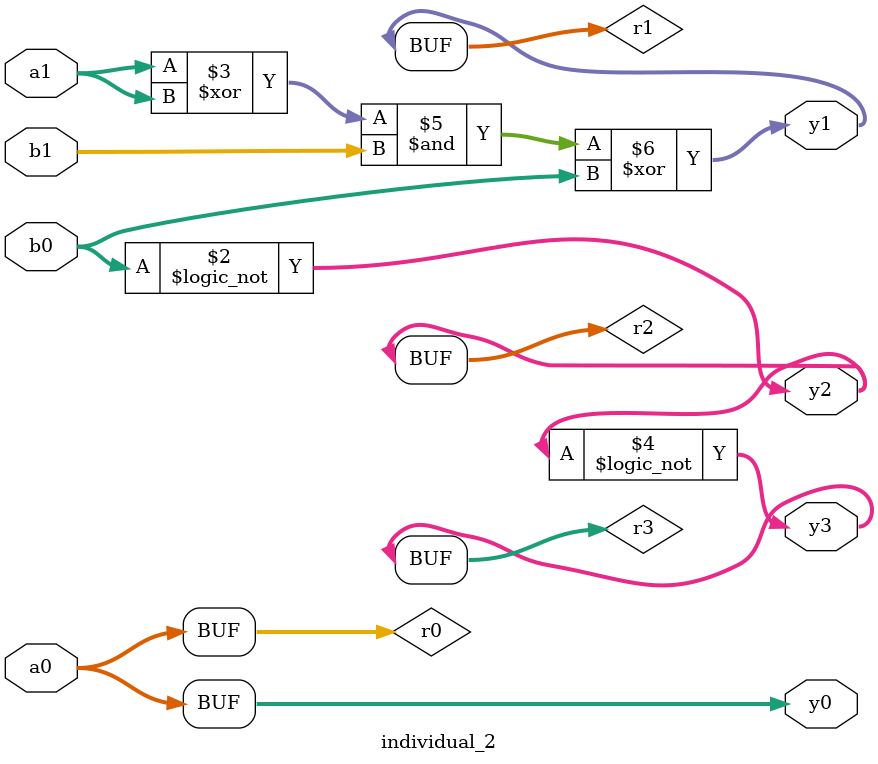
<source format=sv>
module individual_2(input logic [15:0] a1, input logic [15:0] a0, input logic [15:0] b1, input logic [15:0] b0, output logic [15:0] y3, output logic [15:0] y2, output logic [15:0] y1, output logic [15:0] y0);
logic [15:0] r0, r1, r2, r3; 
 always@(*) begin 
	 r0 = a0; r1 = a1; r2 = b0; r3 = b1; 
 	 r2 = ! b0 ;
 	 r1  ^=  a1 ;
 	 r3 = ! r2 ;
 	 r1  &=  b1 ;
 	 r1  ^=  b0 ;
 	 y3 = r3; y2 = r2; y1 = r1; y0 = r0; 
end
endmodule
</source>
